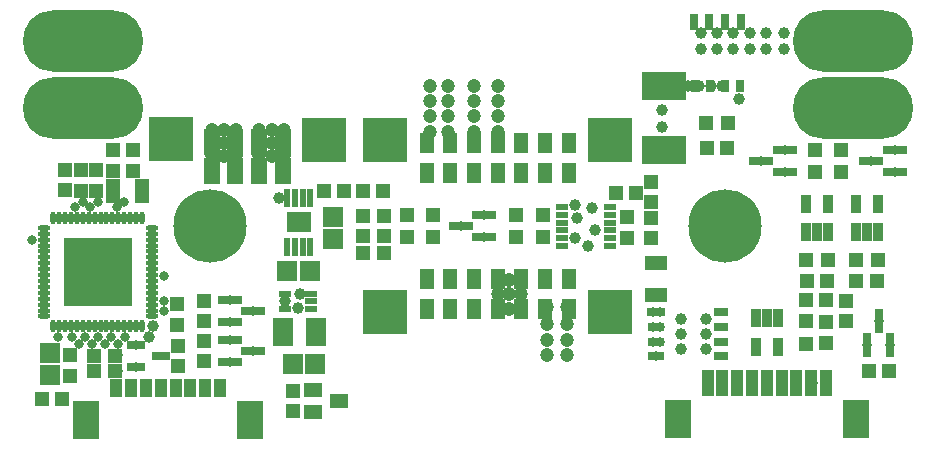
<source format=gts>
%FSLAX44Y44*%
%MOMM*%
G71*
G01*
G75*
G04 Layer_Color=8388736*
%ADD10R,1.0500X1.0800*%
%ADD11R,1.0800X1.0500*%
%ADD12R,1.0000X1.1000*%
%ADD13R,1.6000X1.5000*%
%ADD14R,3.5000X2.2000*%
%ADD15R,1.1000X1.0000*%
%ADD16R,1.7000X1.1000*%
%ADD17R,0.8000X2.0000*%
%ADD18R,2.1000X3.0000*%
%ADD19R,0.7000X1.3000*%
%ADD20R,1.0000X1.5000*%
%ADD21R,1.8000X0.6000*%
%ADD22R,0.8890X0.4200*%
%ADD23R,1.1000X1.1000*%
%ADD24R,1.0000X1.8000*%
%ADD25O,0.8500X0.2500*%
%ADD26O,0.2500X0.8500*%
%ADD27R,5.6000X5.6000*%
%ADD28R,1.3000X0.6000*%
%ADD29R,1.5000X1.6000*%
%ADD30R,1.4000X1.0000*%
%ADD31R,0.9000X0.4000*%
%ADD32R,1.1000X1.1000*%
%ADD33R,0.6000X1.8000*%
%ADD34R,1.3000X0.6000*%
%ADD35R,1.2700X0.6000*%
%ADD36R,1.0200X0.6000*%
%ADD37R,0.5000X0.8500*%
%ADD38R,0.6000X1.2000*%
%ADD39R,1.2000X2.0000*%
%ADD40R,2.1000X3.0000*%
%ADD41R,0.8000X1.3000*%
%ADD42R,1.6000X2.2000*%
%ADD43R,0.3500X1.3500*%
%ADD44R,1.8900X1.5700*%
%ADD45C,0.2000*%
%ADD46C,0.2540*%
%ADD47C,0.3000*%
%ADD48C,0.2500*%
%ADD49R,5.1250X1.5250*%
%ADD50R,6.6250X4.4250*%
%ADD51R,10.4000X5.0000*%
%ADD52R,3.0000X8.8500*%
%ADD53R,10.4500X5.0000*%
%ADD54R,3.0000X7.7500*%
%ADD55R,3.2250X8.8000*%
%ADD56R,3.4700X4.3300*%
%ADD57R,3.2250X8.8500*%
%ADD58R,3.2999X8.9500*%
%ADD59R,3.0000X4.0000*%
%ADD60R,3.5000X3.5000*%
%ADD61O,10.0000X5.0000*%
%ADD62C,6.0000*%
%ADD63C,0.8000*%
%ADD64C,1.0000*%
%ADD65C,0.6000*%
%ADD66C,0.7000*%
%ADD67C,0.6600*%
%ADD68C,0.5000*%
%ADD69C,1.0160*%
%ADD70C,2.7000*%
%ADD71O,7.5000X1.5000*%
%ADD72C,3.7000*%
%ADD73C,0.8000*%
%ADD74C,1.0000*%
%ADD75C,0.7000*%
%ADD76C,0.7500*%
%ADD77C,0.8300*%
%ADD78C,0.8000*%
%ADD79C,0.4000*%
%ADD80R,2.1500X1.7500*%
%ADD81R,3.4500X2.4250*%
%ADD82R,7.4500X2.4750*%
%ADD83R,4.6250X7.2500*%
%ADD84R,1.8250X5.1750*%
%ADD85R,3.2250X10.5000*%
%ADD86R,35.9250X4.5750*%
%ADD87R,3.0751X10.8250*%
%ADD88R,31.2250X5.0000*%
%ADD89R,3.2500X8.0750*%
%ADD90R,2.9000X5.0000*%
%ADD91R,3.5001X3.6500*%
%ADD92C,5.0000*%
%ADD93C,0.6000*%
%ADD94R,5.4750X5.4250*%
%ADD95R,7.8750X2.4250*%
%ADD96R,7.8750X1.0500*%
%ADD97R,3.1750X10.5250*%
%ADD98R,3.0000X10.8500*%
%ADD99R,3.2250X7.9250*%
%ADD100R,3.4499X4.6000*%
%ADD101C,10.0000*%
%ADD102R,3.4600X4.3300*%
%ADD103R,4.5500X3.5900*%
%ADD104R,1.2532X1.2832*%
%ADD105R,1.2832X1.2532*%
%ADD106R,1.2032X1.3032*%
%ADD107R,1.8032X1.7032*%
%ADD108R,3.7032X2.4032*%
%ADD109R,1.3032X1.2032*%
%ADD110R,1.9032X1.3032*%
%ADD111R,1.0032X2.2032*%
%ADD112R,2.3032X3.2032*%
%ADD113R,0.9032X1.5032*%
%ADD114R,1.2032X1.7032*%
%ADD115R,2.0032X0.8032*%
%ADD116R,1.0922X0.6232*%
%ADD117R,1.3032X1.3032*%
%ADD118R,1.2032X2.0032*%
%ADD119O,1.0532X0.4532*%
%ADD120O,0.4532X1.0532*%
%ADD121R,5.8032X5.8032*%
%ADD122R,1.5032X0.8032*%
%ADD123R,1.7032X1.8032*%
%ADD124R,1.6032X1.2032*%
%ADD125R,1.1032X0.6032*%
%ADD126R,1.3032X1.3032*%
%ADD127R,0.8032X2.0032*%
%ADD128R,1.5032X0.8032*%
%ADD129R,1.4732X0.8032*%
%ADD130R,1.2232X0.8032*%
%ADD131R,0.7032X1.0532*%
%ADD132R,0.8032X1.4032*%
%ADD133R,1.4032X2.2032*%
%ADD134R,2.3032X3.2032*%
%ADD135R,1.0032X1.5032*%
%ADD136R,1.8032X2.4032*%
%ADD137R,0.5532X1.5532*%
%ADD138R,2.0932X1.7732*%
%ADD139R,3.7032X3.7032*%
%ADD140O,10.2032X5.2032*%
%ADD141C,6.2032*%
%ADD142C,1.0032*%
%ADD143C,1.2032*%
%ADD144C,0.8032*%
%ADD145C,0.9032*%
D104*
X90750Y77000D02*
D03*
X73250D02*
D03*
X300750Y177000D02*
D03*
X318250D02*
D03*
X693752Y153751D02*
D03*
X676251D02*
D03*
X591749Y266500D02*
D03*
X609250D02*
D03*
X90750Y90000D02*
D03*
X73250D02*
D03*
X718500Y153751D02*
D03*
X736000D02*
D03*
D105*
X52750Y73249D02*
D03*
Y90750D02*
D03*
X692880Y101250D02*
D03*
Y118750D02*
D03*
X105750Y264000D02*
D03*
Y246500D02*
D03*
X88750Y264000D02*
D03*
Y246500D02*
D03*
X544750Y207000D02*
D03*
Y189500D02*
D03*
X143250Y133750D02*
D03*
Y116250D02*
D03*
X75001Y247500D02*
D03*
Y230000D02*
D03*
X61752Y247500D02*
D03*
Y230000D02*
D03*
X524250Y207500D02*
D03*
Y190000D02*
D03*
D106*
X300750Y191500D02*
D03*
Y208500D02*
D03*
X284749Y229750D02*
D03*
X267748D02*
D03*
X301001Y229750D02*
D03*
X318001D02*
D03*
X514501Y228000D02*
D03*
X531501D02*
D03*
X28751Y53250D02*
D03*
X45751D02*
D03*
X745748Y77500D02*
D03*
X728748D02*
D03*
X692749Y137000D02*
D03*
X675749D02*
D03*
D107*
X36000Y92500D02*
D03*
Y73500D02*
D03*
X275499Y188750D02*
D03*
Y207750D02*
D03*
D108*
X555251Y264250D02*
D03*
Y318250D02*
D03*
D109*
X710000Y136501D02*
D03*
Y119501D02*
D03*
X318250Y208499D02*
D03*
Y191499D02*
D03*
X544750Y220001D02*
D03*
Y237002D02*
D03*
X241250Y60500D02*
D03*
Y43499D02*
D03*
X143750Y81501D02*
D03*
Y98501D02*
D03*
X48000Y247249D02*
D03*
Y230249D02*
D03*
X166000Y85499D02*
D03*
Y102499D02*
D03*
Y119499D02*
D03*
Y136499D02*
D03*
D110*
X549000Y141500D02*
D03*
Y168500D02*
D03*
D111*
X592550Y67500D02*
D03*
X605049D02*
D03*
X617549D02*
D03*
X630048D02*
D03*
X642550D02*
D03*
X655049D02*
D03*
X667549D02*
D03*
X680051D02*
D03*
X692880D02*
D03*
D112*
X567549Y36250D02*
D03*
X717749D02*
D03*
D113*
X652050Y98000D02*
D03*
X633050D02*
D03*
Y122000D02*
D03*
X642550D02*
D03*
X652050D02*
D03*
X717750Y218750D02*
D03*
X736750D02*
D03*
Y194750D02*
D03*
X727250D02*
D03*
X717750D02*
D03*
X675501Y218750D02*
D03*
X694501D02*
D03*
Y194750D02*
D03*
X685001D02*
D03*
X675501D02*
D03*
D114*
X354751Y245250D02*
D03*
Y270250D02*
D03*
X374751Y245250D02*
D03*
Y270250D02*
D03*
X394751Y245250D02*
D03*
Y270250D02*
D03*
X414751Y245250D02*
D03*
Y270250D02*
D03*
X434751Y245250D02*
D03*
Y270250D02*
D03*
X454751Y245250D02*
D03*
Y270250D02*
D03*
X474751Y245250D02*
D03*
Y270250D02*
D03*
X474751Y155000D02*
D03*
Y130000D02*
D03*
X454751Y155000D02*
D03*
Y130000D02*
D03*
X434751Y155000D02*
D03*
Y130000D02*
D03*
X414751Y155000D02*
D03*
Y130000D02*
D03*
X394751Y155000D02*
D03*
Y130000D02*
D03*
X374751Y155000D02*
D03*
Y130000D02*
D03*
X354751Y155000D02*
D03*
Y130000D02*
D03*
D115*
X658000Y245500D02*
D03*
Y264500D02*
D03*
X638000Y255000D02*
D03*
X383500Y200000D02*
D03*
X403500Y209500D02*
D03*
Y190500D02*
D03*
X750750Y245500D02*
D03*
Y264500D02*
D03*
X730750Y255000D02*
D03*
X208000Y128000D02*
D03*
X188000Y118500D02*
D03*
Y137500D02*
D03*
X208000Y94000D02*
D03*
X188000Y84500D02*
D03*
Y103500D02*
D03*
D116*
X509890Y183500D02*
D03*
Y190000D02*
D03*
Y196500D02*
D03*
Y203000D02*
D03*
Y209500D02*
D03*
Y216000D02*
D03*
X469000Y183500D02*
D03*
Y190000D02*
D03*
Y196500D02*
D03*
Y203000D02*
D03*
Y209500D02*
D03*
Y216000D02*
D03*
D117*
X683250Y264500D02*
D03*
Y245500D02*
D03*
X675500Y100500D02*
D03*
Y119500D02*
D03*
X430500Y209500D02*
D03*
Y190500D02*
D03*
X452750Y190500D02*
D03*
Y209500D02*
D03*
X360000Y190500D02*
D03*
Y209500D02*
D03*
X705250Y245500D02*
D03*
Y264500D02*
D03*
X338000Y190500D02*
D03*
Y209500D02*
D03*
D118*
X113750Y229500D02*
D03*
X88750D02*
D03*
D119*
X121750Y123500D02*
D03*
Y128500D02*
D03*
Y133500D02*
D03*
Y138500D02*
D03*
Y143500D02*
D03*
Y148500D02*
D03*
Y153500D02*
D03*
Y158500D02*
D03*
Y163500D02*
D03*
Y168500D02*
D03*
Y173500D02*
D03*
Y178500D02*
D03*
Y183500D02*
D03*
Y188500D02*
D03*
Y193500D02*
D03*
Y198500D02*
D03*
X30250D02*
D03*
Y193500D02*
D03*
Y188500D02*
D03*
Y183500D02*
D03*
Y178500D02*
D03*
Y173500D02*
D03*
Y168500D02*
D03*
Y163500D02*
D03*
Y158500D02*
D03*
Y153500D02*
D03*
Y148500D02*
D03*
Y143500D02*
D03*
Y138500D02*
D03*
Y133500D02*
D03*
Y128500D02*
D03*
Y123500D02*
D03*
D120*
X113500Y206750D02*
D03*
X108500D02*
D03*
X103500D02*
D03*
X98500D02*
D03*
X93500D02*
D03*
X88500D02*
D03*
X83500D02*
D03*
X78500D02*
D03*
X73500D02*
D03*
X68500D02*
D03*
X63500D02*
D03*
X58500D02*
D03*
X53500D02*
D03*
X48500D02*
D03*
X43500D02*
D03*
X38500D02*
D03*
Y115250D02*
D03*
X43500D02*
D03*
X48500D02*
D03*
X53500D02*
D03*
X58500D02*
D03*
X63500D02*
D03*
X68500D02*
D03*
X73500D02*
D03*
X78500D02*
D03*
X83500D02*
D03*
X88500D02*
D03*
X93500D02*
D03*
X98500D02*
D03*
X103500D02*
D03*
X108500D02*
D03*
X113500D02*
D03*
D121*
X76000Y161000D02*
D03*
D122*
X129500Y90000D02*
D03*
X108500Y80500D02*
D03*
Y99500D02*
D03*
D123*
X260250Y83501D02*
D03*
X241250D02*
D03*
X236500Y161750D02*
D03*
X255500D02*
D03*
D124*
X280751Y52001D02*
D03*
X258749Y42501D02*
D03*
Y61500D02*
D03*
D125*
X235000Y129751D02*
D03*
Y142751D02*
D03*
X257000D02*
D03*
Y136251D02*
D03*
Y129751D02*
D03*
D126*
X591000Y287250D02*
D03*
X610000D02*
D03*
X717750Y171500D02*
D03*
X736750D02*
D03*
X694501Y171500D02*
D03*
X675501D02*
D03*
D127*
X727750Y99500D02*
D03*
X746750D02*
D03*
X737250Y119500D02*
D03*
D128*
X549000Y127249D02*
D03*
D129*
Y114649D02*
D03*
Y102049D02*
D03*
Y89949D02*
D03*
D130*
X603500Y127249D02*
D03*
Y114649D02*
D03*
Y102049D02*
D03*
Y89949D02*
D03*
D131*
X594167Y318249D02*
D03*
X606833D02*
D03*
X581500D02*
D03*
X619500D02*
D03*
D132*
X581000Y372749D02*
D03*
X620500D02*
D03*
X594000D02*
D03*
X607333D02*
D03*
D133*
X172751Y246250D02*
D03*
Y271250D02*
D03*
X192751Y246250D02*
D03*
Y271250D02*
D03*
X212751Y246250D02*
D03*
Y271250D02*
D03*
X232751Y246250D02*
D03*
Y271250D02*
D03*
D134*
X205002Y35500D02*
D03*
X66502D02*
D03*
D135*
X179502Y63000D02*
D03*
X167002D02*
D03*
X154502D02*
D03*
X142002D02*
D03*
X129502D02*
D03*
X117002D02*
D03*
X104502D02*
D03*
X92002D02*
D03*
D136*
X232999Y110001D02*
D03*
X261000D02*
D03*
D137*
X236499Y224160D02*
D03*
X242999D02*
D03*
X255999D02*
D03*
X249499D02*
D03*
Y182250D02*
D03*
X255999D02*
D03*
X242999D02*
D03*
X236499D02*
D03*
D138*
X246659Y203840D02*
D03*
D139*
X319751Y272750D02*
D03*
X509751D02*
D03*
X509751Y127500D02*
D03*
X319751D02*
D03*
X137751Y273750D02*
D03*
X267751Y273000D02*
D03*
D140*
X715250Y300000D02*
D03*
X63250Y356500D02*
D03*
X715250Y356500D02*
D03*
X63250Y300000D02*
D03*
D141*
X171250Y200000D02*
D03*
X607250D02*
D03*
D142*
X229250Y224160D02*
D03*
X255500Y161750D02*
D03*
X236500D02*
D03*
X585500Y318250D02*
D03*
X92250Y90750D02*
D03*
X119250Y106250D02*
D03*
X72000Y90000D02*
D03*
X122506Y115756D02*
D03*
X143250Y133750D02*
D03*
X61752Y230000D02*
D03*
Y247500D02*
D03*
X88750Y229500D02*
D03*
X113750D02*
D03*
X105750Y246500D02*
D03*
X88750Y246500D02*
D03*
Y264000D02*
D03*
X105750Y264000D02*
D03*
X544750Y141500D02*
D03*
X52750Y90750D02*
D03*
Y73249D02*
D03*
X92500Y77000D02*
D03*
X143750Y81501D02*
D03*
Y98501D02*
D03*
X280751Y52001D02*
D03*
X241250Y43499D02*
D03*
X258749Y42501D02*
D03*
Y61500D02*
D03*
X241250Y60500D02*
D03*
X275499Y188750D02*
D03*
Y207750D02*
D03*
X338000Y190500D02*
D03*
Y209500D02*
D03*
X360000Y190500D02*
D03*
Y209500D02*
D03*
X318250Y191499D02*
D03*
X300750Y177000D02*
D03*
X318250D02*
D03*
X300750Y191500D02*
D03*
X318250Y208499D02*
D03*
X300750Y208500D02*
D03*
X318001Y229750D02*
D03*
X301001D02*
D03*
X267748Y229750D02*
D03*
X284749D02*
D03*
X374751Y155000D02*
D03*
X355267Y129756D02*
D03*
X394751Y130000D02*
D03*
Y155000D02*
D03*
X514501Y228000D02*
D03*
X544750Y220001D02*
D03*
Y190001D02*
D03*
Y207002D02*
D03*
X610000Y287250D02*
D03*
X619250Y308000D02*
D03*
X480000Y217500D02*
D03*
X491000Y183250D02*
D03*
X497000Y197000D02*
D03*
X494750Y215250D02*
D03*
X482250Y207250D02*
D03*
X524250Y190000D02*
D03*
X480250Y190000D02*
D03*
X452750Y209500D02*
D03*
X430500Y209500D02*
D03*
X452750Y190500D02*
D03*
X430500Y190500D02*
D03*
X657000Y349500D02*
D03*
Y363250D02*
D03*
X587250Y349500D02*
D03*
X600250D02*
D03*
X614250D02*
D03*
X628500D02*
D03*
X642250D02*
D03*
Y363250D02*
D03*
X628500D02*
D03*
X614250D02*
D03*
X600250D02*
D03*
X587250D02*
D03*
X705250Y245500D02*
D03*
Y264500D02*
D03*
X683250Y264500D02*
D03*
Y245500D02*
D03*
X591000Y287250D02*
D03*
X591749Y266500D02*
D03*
X609250D02*
D03*
X576002Y318250D02*
D03*
X595000Y318250D02*
D03*
X604500D02*
D03*
X728748Y77500D02*
D03*
X745748D02*
D03*
X675500Y100500D02*
D03*
X692880Y101250D02*
D03*
X692749Y137000D02*
D03*
X710000Y136501D02*
D03*
Y119501D02*
D03*
X692880Y118750D02*
D03*
X675500Y119500D02*
D03*
X675749Y137000D02*
D03*
X553251Y168500D02*
D03*
X544750D02*
D03*
X553251Y141500D02*
D03*
X630048Y63000D02*
D03*
Y72000D02*
D03*
X617549Y63000D02*
D03*
Y72000D02*
D03*
X605049Y63000D02*
D03*
Y72000D02*
D03*
X592550Y63000D02*
D03*
Y72000D02*
D03*
X642550Y67500D02*
D03*
X680551D02*
D03*
X667049D02*
D03*
X692880D02*
D03*
X655049D02*
D03*
X434751Y245250D02*
D03*
X454751D02*
D03*
X474251Y270250D02*
D03*
X591250Y95999D02*
D03*
Y108250D02*
D03*
Y121000D02*
D03*
X570250Y108250D02*
D03*
Y121000D02*
D03*
Y95999D02*
D03*
X75001Y247500D02*
D03*
X36000Y73500D02*
D03*
X260250Y83501D02*
D03*
X261000Y110001D02*
D03*
X232999D02*
D03*
X241250Y83501D02*
D03*
X28751Y53250D02*
D03*
X166000Y102499D02*
D03*
Y136499D02*
D03*
Y119499D02*
D03*
Y85499D02*
D03*
X48000Y230249D02*
D03*
Y247249D02*
D03*
X75001Y230000D02*
D03*
X45751Y53250D02*
D03*
X143250Y116250D02*
D03*
X36000Y92500D02*
D03*
X235000Y136250D02*
D03*
X246999Y142501D02*
D03*
X246000Y131000D02*
D03*
X434751Y270250D02*
D03*
X72000Y77000D02*
D03*
X544750Y237002D02*
D03*
X553751Y298501D02*
D03*
X553750Y284000D02*
D03*
D143*
X560751Y312750D02*
D03*
X546250D02*
D03*
X560751Y323500D02*
D03*
X546250Y323500D02*
D03*
X374751Y130000D02*
D03*
X434751Y142749D02*
D03*
X424750Y130019D02*
D03*
X434751Y155000D02*
D03*
X424750Y142749D02*
D03*
X414751Y130019D02*
D03*
X424750Y154750D02*
D03*
X414751Y142749D02*
D03*
Y155000D02*
D03*
X473250Y131750D02*
D03*
X560751Y259000D02*
D03*
X546501D02*
D03*
X560751Y269750D02*
D03*
X357251Y306250D02*
D03*
X372751D02*
D03*
X414751D02*
D03*
X394751D02*
D03*
X414751Y279750D02*
D03*
Y293250D02*
D03*
X394751D02*
D03*
X414751Y319000D02*
D03*
X394751Y319000D02*
D03*
X372751D02*
D03*
X357251D02*
D03*
X372751Y293250D02*
D03*
X456251Y131750D02*
D03*
X357251Y293250D02*
D03*
X357251Y279750D02*
D03*
X212500Y270250D02*
D03*
X212750Y259000D02*
D03*
X223251Y270250D02*
D03*
X233752D02*
D03*
Y259000D02*
D03*
X223251D02*
D03*
X233752Y281250D02*
D03*
X223251D02*
D03*
X212750D02*
D03*
X193502D02*
D03*
X183001D02*
D03*
X172500D02*
D03*
X193502Y270250D02*
D03*
X183001D02*
D03*
X172500D02*
D03*
X193502Y259000D02*
D03*
X183001D02*
D03*
X172500D02*
D03*
X456251Y90500D02*
D03*
X473250D02*
D03*
Y103500D02*
D03*
X456251D02*
D03*
Y117000D02*
D03*
X434751Y130019D02*
D03*
X473250Y117006D02*
D03*
X454751Y270250D02*
D03*
X394751Y279750D02*
D03*
X372751D02*
D03*
X546250Y269750D02*
D03*
D144*
X60500Y100500D02*
D03*
X71500D02*
D03*
X93500D02*
D03*
X108500Y99500D02*
D03*
Y80500D02*
D03*
X54000Y106005D02*
D03*
X132250Y136250D02*
D03*
X76750Y106005D02*
D03*
X99005Y106005D02*
D03*
X69750Y216000D02*
D03*
X98500Y220250D02*
D03*
X76000D02*
D03*
X57250Y216000D02*
D03*
X63500Y220250D02*
D03*
X188000Y84500D02*
D03*
Y103500D02*
D03*
X383500Y200000D02*
D03*
X403500Y190500D02*
D03*
Y209500D02*
D03*
X750750Y245500D02*
D03*
Y264500D02*
D03*
X730750Y255000D02*
D03*
X638000D02*
D03*
X658000Y245500D02*
D03*
Y264500D02*
D03*
X737250Y119500D02*
D03*
X746750Y99500D02*
D03*
X727750D02*
D03*
X549000Y89949D02*
D03*
X546000Y102049D02*
D03*
X552250D02*
D03*
X546000Y114649D02*
D03*
X552250D02*
D03*
X552250Y127249D02*
D03*
X546000D02*
D03*
X208000Y94000D02*
D03*
X188000Y118500D02*
D03*
X208000Y128000D02*
D03*
X188000Y137500D02*
D03*
X132250Y128500D02*
D03*
X42250Y106250D02*
D03*
X65750Y106005D02*
D03*
X87750Y106005D02*
D03*
X92250Y216000D02*
D03*
X20250Y188500D02*
D03*
X82500Y100500D02*
D03*
X132250Y157750D02*
D03*
D145*
X179502Y63000D02*
D03*
X167002D02*
D03*
X154502D02*
D03*
X142002D02*
D03*
X129502D02*
D03*
X718500Y153751D02*
D03*
X736000D02*
D03*
X736750Y171500D02*
D03*
X717750D02*
D03*
X676251Y153751D02*
D03*
X693752D02*
D03*
X694501Y171500D02*
D03*
X675501D02*
D03*
X717750Y218750D02*
D03*
X736750D02*
D03*
Y194750D02*
D03*
X727250D02*
D03*
X717750D02*
D03*
X675501D02*
D03*
X685001D02*
D03*
X694501D02*
D03*
Y218750D02*
D03*
X675501D02*
D03*
X633050Y122000D02*
D03*
X642550D02*
D03*
X652050D02*
D03*
Y98000D02*
D03*
X633050D02*
D03*
X117002Y63000D02*
D03*
X104502D02*
D03*
M02*

</source>
